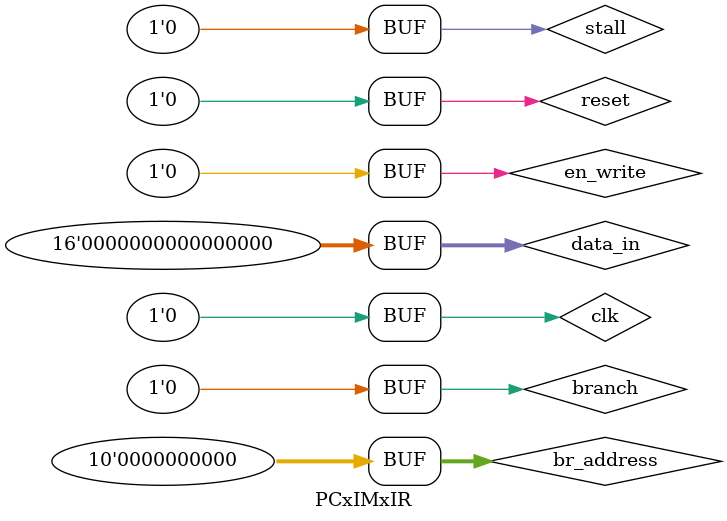
<source format=v>
module PCxIMxIR;
    reg clk, reset, branch, stall, en_write;
    reg [9:0] br_address;
    reg [15:0] data_in;
    wire [9:0] instr_address, adder_input;
    wire [15:0] data_out;
    wire [5:0] op_code;
    wire [7:0] val;
    wire reg_s, acc_s;

    localparam CLOCK_CYCLES = 100, CLOCK_PERIOD = 100;

    IR inst3(
        .clk(clk),
        .instr(data_out),
        .op_code(op_code),
        .reg_s(reg_s),
        .acc_s(acc_s),
        .val(val)
    );

    PC_adder inst0(
        .in(instr_address),
        .out(adder_input)
    );
    
    PC inst1(
        .clk(clk),
        .reset(reset),
        .branch(branch),
        .stall(stall),
        .br_address(br_address),
        .adder_input(adder_input),
        .instr_address(instr_address)
    );

    IM inst2(
        .clk(clk),
        .en_write(en_write),
        .address(instr_address),
        .data_in(data_in),
        .data_out(data_out)
    );

    


    initial begin 
        clk = 0;
        repeat(CLOCK_CYCLES * 2)
            #(CLOCK_PERIOD / 2) clk = ~clk;
    end

    initial begin 
        reset = 1;
        en_write = 1;
        #25 reset = 0;
        #3325 reset = 1;
        en_write = 0;
        #25 reset = 0;
    end

    initial begin 
        stall = 0;
        branch = 0;
        br_address = 10'b0;
    end

    initial begin
        data_in = 16'b0000010000001101;
        #100
        data_in = 16'b0010100000001100;
        #100
        data_in = 16'b0010110000010100;
        #100
        data_in = 16'b0000100000001101;
        #100
        data_in = 16'b0000010000001101;
        #100
        data_in = 16'b0010100000001100;
        #100
        data_in = 16'b0010110000010100;
        #100
        data_in = 16'b0000100000001101;
        #100
        data_in = 16'b0000010000001101;
        #100
        data_in = 16'b0010100000001100;
        #100
        data_in = 16'b0010110000010100;
        #100
        data_in = 16'b0000100000001101;
        #100
        data_in = 16'b0000010000001101;
        #100
        data_in = 16'b0010100000001100;
        #100
        data_in = 16'b0010110000010100;
        #100
        data_in = 16'b0000100000001101;
        #100
        data_in = 16'b0000010000001101;
        #100
        data_in = 16'b0010100000001100;
        #100
        data_in = 16'b0010110000010100;
        #100
        data_in = 16'b0000100000001101;
        #100
        data_in = 16'b0000010000001101;
        #100
        data_in = 16'b0010100000001100;
        #100
        data_in = 16'b0010110000010100;
        #100
        data_in = 16'b0000100000001101;
        #100
        data_in = 16'b0000010000001101;
        #100
        data_in = 16'b0010100000001100;
        #100
        data_in = 16'b0010110000010100;
        #100
        data_in = 16'b0000100000001101;
        #100
        data_in = 16'b0000010000001101;
        #100
        data_in = 16'b0010100000001100;
        #100
        data_in = 16'b0010110000010100;
        #100
        data_in = 16'b0000100000001101;
        #100
        data_in = 16'b0000000000000000;
    end

endmodule
</source>
